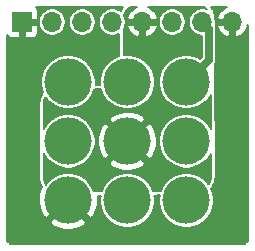
<source format=gbr>
%TF.GenerationSoftware,KiCad,Pcbnew,(5.1.10)-1*%
%TF.CreationDate,2022-07-06T12:29:18-02:30*%
%TF.ProjectId,footSwitchBoard,666f6f74-5377-4697-9463-68426f617264,rev?*%
%TF.SameCoordinates,Original*%
%TF.FileFunction,Copper,L2,Bot*%
%TF.FilePolarity,Positive*%
%FSLAX46Y46*%
G04 Gerber Fmt 4.6, Leading zero omitted, Abs format (unit mm)*
G04 Created by KiCad (PCBNEW (5.1.10)-1) date 2022-07-06 12:29:18*
%MOMM*%
%LPD*%
G01*
G04 APERTURE LIST*
%TA.AperFunction,ComponentPad*%
%ADD10O,1.700000X1.700000*%
%TD*%
%TA.AperFunction,ComponentPad*%
%ADD11R,1.700000X1.700000*%
%TD*%
%TA.AperFunction,ComponentPad*%
%ADD12C,4.000000*%
%TD*%
%TA.AperFunction,Conductor*%
%ADD13C,0.635000*%
%TD*%
%TA.AperFunction,Conductor*%
%ADD14C,0.200000*%
%TD*%
%TA.AperFunction,Conductor*%
%ADD15C,0.100000*%
%TD*%
G04 APERTURE END LIST*
D10*
%TO.P,J1,4*%
%TO.N,/RTN*%
X144730000Y-70400000D03*
%TO.P,J1,6*%
%TO.N,/LED*%
X149810000Y-70400000D03*
%TO.P,J1,7*%
%TO.N,/V_LED*%
X152350000Y-70400000D03*
%TO.P,J1,3*%
%TO.N,/SND*%
X142190000Y-70400000D03*
%TO.P,J1,5*%
%TO.N,/OUT*%
X147270000Y-70400000D03*
%TO.P,J1,8*%
%TO.N,Earth*%
X154890000Y-70400000D03*
D11*
%TO.P,J1,1*%
X137110000Y-70400000D03*
D10*
%TO.P,J1,2*%
%TO.N,/IN*%
X139650000Y-70400000D03*
%TD*%
D12*
%TO.P,SW1,5*%
%TO.N,/OUT*%
X146000000Y-80500000D03*
%TO.P,SW1,1*%
%TO.N,/IN*%
X141000000Y-75500000D03*
%TO.P,SW1,2*%
%TO.N,/SND*%
X141000000Y-80500000D03*
%TO.P,SW1,4*%
%TO.N,/RTN*%
X146000000Y-75500000D03*
%TO.P,SW1,7*%
%TO.N,/V_LED*%
X151000000Y-75500000D03*
%TO.P,SW1,8*%
%TO.N,/LED*%
X151000000Y-80500000D03*
%TO.P,SW1,3*%
%TO.N,Earth*%
X141000000Y-85500000D03*
%TO.P,SW1,9*%
%TO.N,Net-(SW1-Pad9)*%
X151000000Y-85500000D03*
%TO.P,SW1,6*%
%TO.N,/IN*%
X146000000Y-85500000D03*
%TD*%
D13*
%TO.N,/V_LED*%
X152900000Y-73600000D02*
X151000000Y-75500000D01*
X152900000Y-70950000D02*
X152900000Y-73600000D01*
X152350000Y-70400000D02*
X152900000Y-70950000D01*
%TD*%
D14*
%TO.N,Earth*%
X145524403Y-69262927D02*
X145498256Y-69308214D01*
X145419318Y-69477495D01*
X145274729Y-69380884D01*
X145065443Y-69294194D01*
X144843265Y-69250000D01*
X144616735Y-69250000D01*
X144394557Y-69294194D01*
X144185271Y-69380884D01*
X143996918Y-69506737D01*
X143836737Y-69666918D01*
X143710884Y-69855271D01*
X143624194Y-70064557D01*
X143580000Y-70286735D01*
X143580000Y-70513265D01*
X143624194Y-70735443D01*
X143710884Y-70944729D01*
X143836737Y-71133082D01*
X143996918Y-71293263D01*
X144185271Y-71419116D01*
X144394557Y-71505806D01*
X144616735Y-71550000D01*
X144843265Y-71550000D01*
X145065443Y-71505806D01*
X145274729Y-71419116D01*
X145300000Y-71402231D01*
X145300000Y-73300447D01*
X144910541Y-73461766D01*
X144533835Y-73713473D01*
X144213473Y-74033835D01*
X143961766Y-74410541D01*
X143788387Y-74829115D01*
X143700000Y-75273470D01*
X143700000Y-75700000D01*
X143300000Y-75700000D01*
X143300000Y-75273470D01*
X143211613Y-74829115D01*
X143038234Y-74410541D01*
X142786527Y-74033835D01*
X142466165Y-73713473D01*
X142089459Y-73461766D01*
X141670885Y-73288387D01*
X141226530Y-73200000D01*
X140773470Y-73200000D01*
X140329115Y-73288387D01*
X139910541Y-73461766D01*
X139533835Y-73713473D01*
X139213473Y-74033835D01*
X138961766Y-74410541D01*
X138788387Y-74829115D01*
X138700000Y-75273470D01*
X138700000Y-75726530D01*
X138788387Y-76170885D01*
X138857887Y-76338672D01*
X138772315Y-76460433D01*
X138746130Y-76505590D01*
X138652332Y-76705673D01*
X138634371Y-76754685D01*
X138576675Y-76967999D01*
X138567481Y-77019384D01*
X138547635Y-77239469D01*
X138546424Y-77265565D01*
X138528624Y-83566659D01*
X138529706Y-83592971D01*
X138548614Y-83814920D01*
X138557661Y-83866755D01*
X138615057Y-84081985D01*
X138633021Y-84131442D01*
X138727139Y-84333334D01*
X138753469Y-84378892D01*
X138760242Y-84388545D01*
X138636165Y-84649756D01*
X138515711Y-85127255D01*
X138490727Y-85619078D01*
X138562172Y-86106325D01*
X138727302Y-86570271D01*
X138847459Y-86795067D01*
X139165293Y-87027115D01*
X140692409Y-85500000D01*
X140678267Y-85485858D01*
X140985858Y-85178267D01*
X141000000Y-85192409D01*
X141014143Y-85178267D01*
X141321734Y-85485858D01*
X141307591Y-85500000D01*
X142834707Y-87027115D01*
X143152541Y-86795067D01*
X143363835Y-86350244D01*
X143484289Y-85872745D01*
X143509273Y-85380922D01*
X143470667Y-85117634D01*
X143731359Y-85115817D01*
X143700000Y-85273470D01*
X143700000Y-85726530D01*
X143788387Y-86170885D01*
X143961766Y-86589459D01*
X144213473Y-86966165D01*
X144533835Y-87286527D01*
X144910541Y-87538234D01*
X145329115Y-87711613D01*
X145773470Y-87800000D01*
X146226530Y-87800000D01*
X146670885Y-87711613D01*
X147089459Y-87538234D01*
X147466165Y-87286527D01*
X147786527Y-86966165D01*
X148038234Y-86589459D01*
X148211613Y-86170885D01*
X148300000Y-85726530D01*
X148300000Y-85273470D01*
X148262361Y-85084242D01*
X148738299Y-85080925D01*
X148700000Y-85273470D01*
X148700000Y-85726530D01*
X148788387Y-86170885D01*
X148961766Y-86589459D01*
X149213473Y-86966165D01*
X149533835Y-87286527D01*
X149910541Y-87538234D01*
X150329115Y-87711613D01*
X150773470Y-87800000D01*
X151226530Y-87800000D01*
X151670885Y-87711613D01*
X152089459Y-87538234D01*
X152466165Y-87286527D01*
X152786527Y-86966165D01*
X153038234Y-86589459D01*
X153211613Y-86170885D01*
X153300000Y-85726530D01*
X153300000Y-85273470D01*
X153211613Y-84829115D01*
X153082689Y-84517864D01*
X153089944Y-84510523D01*
X153123279Y-84470331D01*
X153249059Y-84288547D01*
X153274921Y-84243184D01*
X153367275Y-84042343D01*
X153384880Y-83993180D01*
X153441008Y-83779367D01*
X153449820Y-83727899D01*
X153468023Y-83507593D01*
X153469039Y-83481478D01*
X153424123Y-73929370D01*
X153473255Y-73837450D01*
X153508565Y-73721051D01*
X153517500Y-73630329D01*
X153517500Y-73630326D01*
X153520487Y-73600000D01*
X153517500Y-73569674D01*
X153517500Y-70980325D01*
X153520487Y-70949999D01*
X153517500Y-70919671D01*
X153508565Y-70828949D01*
X153506837Y-70823251D01*
X153608055Y-70823251D01*
X153715259Y-71065213D01*
X153867608Y-71281612D01*
X154059247Y-71464131D01*
X154282811Y-71605756D01*
X154466750Y-71681936D01*
X154672500Y-71605537D01*
X154672500Y-70617500D01*
X153682627Y-70617500D01*
X153608055Y-70823251D01*
X153506837Y-70823251D01*
X153473255Y-70712550D01*
X153463857Y-70694968D01*
X153500000Y-70513265D01*
X153500000Y-70286735D01*
X153455806Y-70064557D01*
X153393403Y-69913906D01*
X153384470Y-69816767D01*
X153375202Y-69765460D01*
X153317242Y-69552492D01*
X153299231Y-69503565D01*
X153205274Y-69303847D01*
X153179064Y-69258776D01*
X153084819Y-69125000D01*
X154450003Y-69125000D01*
X154282811Y-69194244D01*
X154059247Y-69335869D01*
X153867608Y-69518388D01*
X153715259Y-69734787D01*
X153608055Y-69976749D01*
X153682627Y-70182500D01*
X154672500Y-70182500D01*
X154672500Y-70162500D01*
X155107500Y-70162500D01*
X155107500Y-70182500D01*
X155127500Y-70182500D01*
X155127500Y-70617500D01*
X155107500Y-70617500D01*
X155107500Y-71605537D01*
X155313250Y-71681936D01*
X155497189Y-71605756D01*
X155720753Y-71464131D01*
X155912392Y-71281612D01*
X156064741Y-71065213D01*
X156171945Y-70823251D01*
X156097374Y-70617502D01*
X156175001Y-70617502D01*
X156175000Y-88911806D01*
X156125980Y-88981814D01*
X155981814Y-89125980D01*
X155911807Y-89175000D01*
X136088193Y-89175000D01*
X136018186Y-89125980D01*
X135874020Y-88981814D01*
X135825000Y-88911807D01*
X135825000Y-87334707D01*
X139472885Y-87334707D01*
X139704933Y-87652541D01*
X140149756Y-87863835D01*
X140627255Y-87984289D01*
X141119078Y-88009273D01*
X141606325Y-87937828D01*
X142070271Y-87772698D01*
X142295067Y-87652541D01*
X142527115Y-87334707D01*
X141000000Y-85807591D01*
X139472885Y-87334707D01*
X135825000Y-87334707D01*
X135825000Y-71496849D01*
X135842254Y-71529129D01*
X135904736Y-71605264D01*
X135980871Y-71667746D01*
X136067733Y-71714175D01*
X136161983Y-71742765D01*
X136260000Y-71752419D01*
X136767500Y-71750000D01*
X136892500Y-71625000D01*
X136892500Y-70617500D01*
X137327500Y-70617500D01*
X137327500Y-71625000D01*
X137452500Y-71750000D01*
X137960000Y-71752419D01*
X138058017Y-71742765D01*
X138152267Y-71714175D01*
X138239129Y-71667746D01*
X138315264Y-71605264D01*
X138377746Y-71529129D01*
X138424175Y-71442267D01*
X138452765Y-71348017D01*
X138462419Y-71250000D01*
X138460000Y-70742500D01*
X138335000Y-70617500D01*
X137327500Y-70617500D01*
X136892500Y-70617500D01*
X136872500Y-70617500D01*
X136872500Y-70286735D01*
X138500000Y-70286735D01*
X138500000Y-70513265D01*
X138544194Y-70735443D01*
X138630884Y-70944729D01*
X138756737Y-71133082D01*
X138916918Y-71293263D01*
X139105271Y-71419116D01*
X139314557Y-71505806D01*
X139536735Y-71550000D01*
X139763265Y-71550000D01*
X139985443Y-71505806D01*
X140194729Y-71419116D01*
X140383082Y-71293263D01*
X140543263Y-71133082D01*
X140669116Y-70944729D01*
X140755806Y-70735443D01*
X140800000Y-70513265D01*
X140800000Y-70286735D01*
X141040000Y-70286735D01*
X141040000Y-70513265D01*
X141084194Y-70735443D01*
X141170884Y-70944729D01*
X141296737Y-71133082D01*
X141456918Y-71293263D01*
X141645271Y-71419116D01*
X141854557Y-71505806D01*
X142076735Y-71550000D01*
X142303265Y-71550000D01*
X142525443Y-71505806D01*
X142734729Y-71419116D01*
X142923082Y-71293263D01*
X143083263Y-71133082D01*
X143209116Y-70944729D01*
X143295806Y-70735443D01*
X143340000Y-70513265D01*
X143340000Y-70286735D01*
X143295806Y-70064557D01*
X143209116Y-69855271D01*
X143083263Y-69666918D01*
X142923082Y-69506737D01*
X142734729Y-69380884D01*
X142525443Y-69294194D01*
X142303265Y-69250000D01*
X142076735Y-69250000D01*
X141854557Y-69294194D01*
X141645271Y-69380884D01*
X141456918Y-69506737D01*
X141296737Y-69666918D01*
X141170884Y-69855271D01*
X141084194Y-70064557D01*
X141040000Y-70286735D01*
X140800000Y-70286735D01*
X140755806Y-70064557D01*
X140669116Y-69855271D01*
X140543263Y-69666918D01*
X140383082Y-69506737D01*
X140194729Y-69380884D01*
X139985443Y-69294194D01*
X139763265Y-69250000D01*
X139536735Y-69250000D01*
X139314557Y-69294194D01*
X139105271Y-69380884D01*
X138916918Y-69506737D01*
X138756737Y-69666918D01*
X138630884Y-69855271D01*
X138544194Y-70064557D01*
X138500000Y-70286735D01*
X136872500Y-70286735D01*
X136872500Y-70182500D01*
X136892500Y-70182500D01*
X136892500Y-70162500D01*
X137327500Y-70162500D01*
X137327500Y-70182500D01*
X138335000Y-70182500D01*
X138460000Y-70057500D01*
X138462419Y-69550000D01*
X138452765Y-69451983D01*
X138424175Y-69357733D01*
X138377746Y-69270871D01*
X138315264Y-69194736D01*
X138239129Y-69132254D01*
X138225558Y-69125000D01*
X145620981Y-69125000D01*
X145524403Y-69262927D01*
%TA.AperFunction,Conductor*%
D15*
G36*
X145524403Y-69262927D02*
G01*
X145498256Y-69308214D01*
X145419318Y-69477495D01*
X145274729Y-69380884D01*
X145065443Y-69294194D01*
X144843265Y-69250000D01*
X144616735Y-69250000D01*
X144394557Y-69294194D01*
X144185271Y-69380884D01*
X143996918Y-69506737D01*
X143836737Y-69666918D01*
X143710884Y-69855271D01*
X143624194Y-70064557D01*
X143580000Y-70286735D01*
X143580000Y-70513265D01*
X143624194Y-70735443D01*
X143710884Y-70944729D01*
X143836737Y-71133082D01*
X143996918Y-71293263D01*
X144185271Y-71419116D01*
X144394557Y-71505806D01*
X144616735Y-71550000D01*
X144843265Y-71550000D01*
X145065443Y-71505806D01*
X145274729Y-71419116D01*
X145300000Y-71402231D01*
X145300000Y-73300447D01*
X144910541Y-73461766D01*
X144533835Y-73713473D01*
X144213473Y-74033835D01*
X143961766Y-74410541D01*
X143788387Y-74829115D01*
X143700000Y-75273470D01*
X143700000Y-75700000D01*
X143300000Y-75700000D01*
X143300000Y-75273470D01*
X143211613Y-74829115D01*
X143038234Y-74410541D01*
X142786527Y-74033835D01*
X142466165Y-73713473D01*
X142089459Y-73461766D01*
X141670885Y-73288387D01*
X141226530Y-73200000D01*
X140773470Y-73200000D01*
X140329115Y-73288387D01*
X139910541Y-73461766D01*
X139533835Y-73713473D01*
X139213473Y-74033835D01*
X138961766Y-74410541D01*
X138788387Y-74829115D01*
X138700000Y-75273470D01*
X138700000Y-75726530D01*
X138788387Y-76170885D01*
X138857887Y-76338672D01*
X138772315Y-76460433D01*
X138746130Y-76505590D01*
X138652332Y-76705673D01*
X138634371Y-76754685D01*
X138576675Y-76967999D01*
X138567481Y-77019384D01*
X138547635Y-77239469D01*
X138546424Y-77265565D01*
X138528624Y-83566659D01*
X138529706Y-83592971D01*
X138548614Y-83814920D01*
X138557661Y-83866755D01*
X138615057Y-84081985D01*
X138633021Y-84131442D01*
X138727139Y-84333334D01*
X138753469Y-84378892D01*
X138760242Y-84388545D01*
X138636165Y-84649756D01*
X138515711Y-85127255D01*
X138490727Y-85619078D01*
X138562172Y-86106325D01*
X138727302Y-86570271D01*
X138847459Y-86795067D01*
X139165293Y-87027115D01*
X140692409Y-85500000D01*
X140678267Y-85485858D01*
X140985858Y-85178267D01*
X141000000Y-85192409D01*
X141014143Y-85178267D01*
X141321734Y-85485858D01*
X141307591Y-85500000D01*
X142834707Y-87027115D01*
X143152541Y-86795067D01*
X143363835Y-86350244D01*
X143484289Y-85872745D01*
X143509273Y-85380922D01*
X143470667Y-85117634D01*
X143731359Y-85115817D01*
X143700000Y-85273470D01*
X143700000Y-85726530D01*
X143788387Y-86170885D01*
X143961766Y-86589459D01*
X144213473Y-86966165D01*
X144533835Y-87286527D01*
X144910541Y-87538234D01*
X145329115Y-87711613D01*
X145773470Y-87800000D01*
X146226530Y-87800000D01*
X146670885Y-87711613D01*
X147089459Y-87538234D01*
X147466165Y-87286527D01*
X147786527Y-86966165D01*
X148038234Y-86589459D01*
X148211613Y-86170885D01*
X148300000Y-85726530D01*
X148300000Y-85273470D01*
X148262361Y-85084242D01*
X148738299Y-85080925D01*
X148700000Y-85273470D01*
X148700000Y-85726530D01*
X148788387Y-86170885D01*
X148961766Y-86589459D01*
X149213473Y-86966165D01*
X149533835Y-87286527D01*
X149910541Y-87538234D01*
X150329115Y-87711613D01*
X150773470Y-87800000D01*
X151226530Y-87800000D01*
X151670885Y-87711613D01*
X152089459Y-87538234D01*
X152466165Y-87286527D01*
X152786527Y-86966165D01*
X153038234Y-86589459D01*
X153211613Y-86170885D01*
X153300000Y-85726530D01*
X153300000Y-85273470D01*
X153211613Y-84829115D01*
X153082689Y-84517864D01*
X153089944Y-84510523D01*
X153123279Y-84470331D01*
X153249059Y-84288547D01*
X153274921Y-84243184D01*
X153367275Y-84042343D01*
X153384880Y-83993180D01*
X153441008Y-83779367D01*
X153449820Y-83727899D01*
X153468023Y-83507593D01*
X153469039Y-83481478D01*
X153424123Y-73929370D01*
X153473255Y-73837450D01*
X153508565Y-73721051D01*
X153517500Y-73630329D01*
X153517500Y-73630326D01*
X153520487Y-73600000D01*
X153517500Y-73569674D01*
X153517500Y-70980325D01*
X153520487Y-70949999D01*
X153517500Y-70919671D01*
X153508565Y-70828949D01*
X153506837Y-70823251D01*
X153608055Y-70823251D01*
X153715259Y-71065213D01*
X153867608Y-71281612D01*
X154059247Y-71464131D01*
X154282811Y-71605756D01*
X154466750Y-71681936D01*
X154672500Y-71605537D01*
X154672500Y-70617500D01*
X153682627Y-70617500D01*
X153608055Y-70823251D01*
X153506837Y-70823251D01*
X153473255Y-70712550D01*
X153463857Y-70694968D01*
X153500000Y-70513265D01*
X153500000Y-70286735D01*
X153455806Y-70064557D01*
X153393403Y-69913906D01*
X153384470Y-69816767D01*
X153375202Y-69765460D01*
X153317242Y-69552492D01*
X153299231Y-69503565D01*
X153205274Y-69303847D01*
X153179064Y-69258776D01*
X153084819Y-69125000D01*
X154450003Y-69125000D01*
X154282811Y-69194244D01*
X154059247Y-69335869D01*
X153867608Y-69518388D01*
X153715259Y-69734787D01*
X153608055Y-69976749D01*
X153682627Y-70182500D01*
X154672500Y-70182500D01*
X154672500Y-70162500D01*
X155107500Y-70162500D01*
X155107500Y-70182500D01*
X155127500Y-70182500D01*
X155127500Y-70617500D01*
X155107500Y-70617500D01*
X155107500Y-71605537D01*
X155313250Y-71681936D01*
X155497189Y-71605756D01*
X155720753Y-71464131D01*
X155912392Y-71281612D01*
X156064741Y-71065213D01*
X156171945Y-70823251D01*
X156097374Y-70617502D01*
X156175001Y-70617502D01*
X156175000Y-88911806D01*
X156125980Y-88981814D01*
X155981814Y-89125980D01*
X155911807Y-89175000D01*
X136088193Y-89175000D01*
X136018186Y-89125980D01*
X135874020Y-88981814D01*
X135825000Y-88911807D01*
X135825000Y-87334707D01*
X139472885Y-87334707D01*
X139704933Y-87652541D01*
X140149756Y-87863835D01*
X140627255Y-87984289D01*
X141119078Y-88009273D01*
X141606325Y-87937828D01*
X142070271Y-87772698D01*
X142295067Y-87652541D01*
X142527115Y-87334707D01*
X141000000Y-85807591D01*
X139472885Y-87334707D01*
X135825000Y-87334707D01*
X135825000Y-71496849D01*
X135842254Y-71529129D01*
X135904736Y-71605264D01*
X135980871Y-71667746D01*
X136067733Y-71714175D01*
X136161983Y-71742765D01*
X136260000Y-71752419D01*
X136767500Y-71750000D01*
X136892500Y-71625000D01*
X136892500Y-70617500D01*
X137327500Y-70617500D01*
X137327500Y-71625000D01*
X137452500Y-71750000D01*
X137960000Y-71752419D01*
X138058017Y-71742765D01*
X138152267Y-71714175D01*
X138239129Y-71667746D01*
X138315264Y-71605264D01*
X138377746Y-71529129D01*
X138424175Y-71442267D01*
X138452765Y-71348017D01*
X138462419Y-71250000D01*
X138460000Y-70742500D01*
X138335000Y-70617500D01*
X137327500Y-70617500D01*
X136892500Y-70617500D01*
X136872500Y-70617500D01*
X136872500Y-70286735D01*
X138500000Y-70286735D01*
X138500000Y-70513265D01*
X138544194Y-70735443D01*
X138630884Y-70944729D01*
X138756737Y-71133082D01*
X138916918Y-71293263D01*
X139105271Y-71419116D01*
X139314557Y-71505806D01*
X139536735Y-71550000D01*
X139763265Y-71550000D01*
X139985443Y-71505806D01*
X140194729Y-71419116D01*
X140383082Y-71293263D01*
X140543263Y-71133082D01*
X140669116Y-70944729D01*
X140755806Y-70735443D01*
X140800000Y-70513265D01*
X140800000Y-70286735D01*
X141040000Y-70286735D01*
X141040000Y-70513265D01*
X141084194Y-70735443D01*
X141170884Y-70944729D01*
X141296737Y-71133082D01*
X141456918Y-71293263D01*
X141645271Y-71419116D01*
X141854557Y-71505806D01*
X142076735Y-71550000D01*
X142303265Y-71550000D01*
X142525443Y-71505806D01*
X142734729Y-71419116D01*
X142923082Y-71293263D01*
X143083263Y-71133082D01*
X143209116Y-70944729D01*
X143295806Y-70735443D01*
X143340000Y-70513265D01*
X143340000Y-70286735D01*
X143295806Y-70064557D01*
X143209116Y-69855271D01*
X143083263Y-69666918D01*
X142923082Y-69506737D01*
X142734729Y-69380884D01*
X142525443Y-69294194D01*
X142303265Y-69250000D01*
X142076735Y-69250000D01*
X141854557Y-69294194D01*
X141645271Y-69380884D01*
X141456918Y-69506737D01*
X141296737Y-69666918D01*
X141170884Y-69855271D01*
X141084194Y-70064557D01*
X141040000Y-70286735D01*
X140800000Y-70286735D01*
X140755806Y-70064557D01*
X140669116Y-69855271D01*
X140543263Y-69666918D01*
X140383082Y-69506737D01*
X140194729Y-69380884D01*
X139985443Y-69294194D01*
X139763265Y-69250000D01*
X139536735Y-69250000D01*
X139314557Y-69294194D01*
X139105271Y-69380884D01*
X138916918Y-69506737D01*
X138756737Y-69666918D01*
X138630884Y-69855271D01*
X138544194Y-70064557D01*
X138500000Y-70286735D01*
X136872500Y-70286735D01*
X136872500Y-70182500D01*
X136892500Y-70182500D01*
X136892500Y-70162500D01*
X137327500Y-70162500D01*
X137327500Y-70182500D01*
X138335000Y-70182500D01*
X138460000Y-70057500D01*
X138462419Y-69550000D01*
X138452765Y-69451983D01*
X138424175Y-69357733D01*
X138377746Y-69270871D01*
X138315264Y-69194736D01*
X138239129Y-69132254D01*
X138225558Y-69125000D01*
X145620981Y-69125000D01*
X145524403Y-69262927D01*
G37*
%TD.AperFunction*%
%TD*%
D14*
%TO.N,/OUT*%
X146662811Y-69194244D02*
X146439247Y-69335869D01*
X146247608Y-69518388D01*
X146095259Y-69734787D01*
X145988055Y-69976749D01*
X146062627Y-70182500D01*
X147052500Y-70182500D01*
X147052500Y-70162500D01*
X147487500Y-70162500D01*
X147487500Y-70182500D01*
X148477373Y-70182500D01*
X148551945Y-69976749D01*
X148444741Y-69734787D01*
X148292392Y-69518388D01*
X148100753Y-69335869D01*
X147877189Y-69194244D01*
X147709997Y-69125000D01*
X152517870Y-69125000D01*
X152585902Y-69172451D01*
X152724454Y-69310353D01*
X152685443Y-69294194D01*
X152463265Y-69250000D01*
X152236735Y-69250000D01*
X152014557Y-69294194D01*
X151805271Y-69380884D01*
X151616918Y-69506737D01*
X151456737Y-69666918D01*
X151330884Y-69855271D01*
X151244194Y-70064557D01*
X151200000Y-70286735D01*
X151200000Y-70513265D01*
X151244194Y-70735443D01*
X151330884Y-70944729D01*
X151456737Y-71133082D01*
X151616918Y-71293263D01*
X151805271Y-71419116D01*
X152014557Y-71505806D01*
X152236735Y-71550000D01*
X152282500Y-71550000D01*
X152282501Y-73344222D01*
X152134717Y-73492006D01*
X152089459Y-73461766D01*
X151670885Y-73288387D01*
X151226530Y-73200000D01*
X150773470Y-73200000D01*
X150329115Y-73288387D01*
X149910541Y-73461766D01*
X149533835Y-73713473D01*
X149213473Y-74033835D01*
X148961766Y-74410541D01*
X148788387Y-74829115D01*
X148700000Y-75273470D01*
X148700000Y-75726530D01*
X148788387Y-76170885D01*
X148961766Y-76589459D01*
X149213473Y-76966165D01*
X149533835Y-77286527D01*
X149910541Y-77538234D01*
X150329115Y-77711613D01*
X150773470Y-77800000D01*
X151226530Y-77800000D01*
X151670885Y-77711613D01*
X152089459Y-77538234D01*
X152466165Y-77286527D01*
X152786527Y-76966165D01*
X153036638Y-76591848D01*
X153050026Y-79439009D01*
X153038234Y-79410541D01*
X152786527Y-79033835D01*
X152466165Y-78713473D01*
X152089459Y-78461766D01*
X151670885Y-78288387D01*
X151226530Y-78200000D01*
X150773470Y-78200000D01*
X150329115Y-78288387D01*
X149910541Y-78461766D01*
X149533835Y-78713473D01*
X149213473Y-79033835D01*
X148961766Y-79410541D01*
X148788387Y-79829115D01*
X148700000Y-80273470D01*
X148700000Y-80726530D01*
X148788387Y-81170885D01*
X148961766Y-81589459D01*
X149213473Y-81966165D01*
X149533835Y-82286527D01*
X149910541Y-82538234D01*
X150329115Y-82711613D01*
X150773470Y-82800000D01*
X151226530Y-82800000D01*
X151670885Y-82711613D01*
X152089459Y-82538234D01*
X152466165Y-82286527D01*
X152786527Y-81966165D01*
X153038234Y-81589459D01*
X153059892Y-81537172D01*
X153069023Y-83479005D01*
X153051899Y-83686251D01*
X153000206Y-83883167D01*
X152915151Y-84068136D01*
X152861376Y-84145854D01*
X152786527Y-84033835D01*
X152466165Y-83713473D01*
X152089459Y-83461766D01*
X151670885Y-83288387D01*
X151226530Y-83200000D01*
X150773470Y-83200000D01*
X150329115Y-83288387D01*
X149910541Y-83461766D01*
X149533835Y-83713473D01*
X149213473Y-84033835D01*
X148961766Y-84410541D01*
X148850096Y-84680136D01*
X148151919Y-84685001D01*
X148038234Y-84410541D01*
X147786527Y-84033835D01*
X147466165Y-83713473D01*
X147089459Y-83461766D01*
X146670885Y-83288387D01*
X146226530Y-83200000D01*
X145773470Y-83200000D01*
X145329115Y-83288387D01*
X144910541Y-83461766D01*
X144533835Y-83713473D01*
X144213473Y-84033835D01*
X143961766Y-84410541D01*
X143835622Y-84715080D01*
X143166310Y-84719744D01*
X143038234Y-84410541D01*
X142786527Y-84033835D01*
X142466165Y-83713473D01*
X142089459Y-83461766D01*
X141670885Y-83288387D01*
X141226530Y-83200000D01*
X140773470Y-83200000D01*
X140329115Y-83288387D01*
X139910541Y-83461766D01*
X139533835Y-83713473D01*
X139213473Y-84033835D01*
X139109346Y-84189673D01*
X139085959Y-84156343D01*
X138999282Y-83970412D01*
X138946423Y-83772196D01*
X138928635Y-83563401D01*
X138934398Y-81523387D01*
X138961766Y-81589459D01*
X139213473Y-81966165D01*
X139533835Y-82286527D01*
X139910541Y-82538234D01*
X140329115Y-82711613D01*
X140773470Y-82800000D01*
X141226530Y-82800000D01*
X141670885Y-82711613D01*
X142089459Y-82538234D01*
X142394058Y-82334707D01*
X144472885Y-82334707D01*
X144704933Y-82652541D01*
X145149756Y-82863835D01*
X145627255Y-82984289D01*
X146119078Y-83009273D01*
X146606325Y-82937828D01*
X147070271Y-82772698D01*
X147295067Y-82652541D01*
X147527115Y-82334707D01*
X146000000Y-80807591D01*
X144472885Y-82334707D01*
X142394058Y-82334707D01*
X142466165Y-82286527D01*
X142786527Y-81966165D01*
X143038234Y-81589459D01*
X143211613Y-81170885D01*
X143300000Y-80726530D01*
X143300000Y-80619078D01*
X143490727Y-80619078D01*
X143562172Y-81106325D01*
X143727302Y-81570271D01*
X143847459Y-81795067D01*
X144165293Y-82027115D01*
X145692409Y-80500000D01*
X146307591Y-80500000D01*
X147834707Y-82027115D01*
X148152541Y-81795067D01*
X148363835Y-81350244D01*
X148484289Y-80872745D01*
X148509273Y-80380922D01*
X148437828Y-79893675D01*
X148272698Y-79429729D01*
X148152541Y-79204933D01*
X147834707Y-78972885D01*
X146307591Y-80500000D01*
X145692409Y-80500000D01*
X144165293Y-78972885D01*
X143847459Y-79204933D01*
X143636165Y-79649756D01*
X143515711Y-80127255D01*
X143490727Y-80619078D01*
X143300000Y-80619078D01*
X143300000Y-80273470D01*
X143211613Y-79829115D01*
X143038234Y-79410541D01*
X142786527Y-79033835D01*
X142466165Y-78713473D01*
X142394059Y-78665293D01*
X144472885Y-78665293D01*
X146000000Y-80192409D01*
X147527115Y-78665293D01*
X147295067Y-78347459D01*
X146850244Y-78136165D01*
X146372745Y-78015711D01*
X145880922Y-77990727D01*
X145393675Y-78062172D01*
X144929729Y-78227302D01*
X144704933Y-78347459D01*
X144472885Y-78665293D01*
X142394059Y-78665293D01*
X142089459Y-78461766D01*
X141670885Y-78288387D01*
X141226530Y-78200000D01*
X140773470Y-78200000D01*
X140329115Y-78288387D01*
X139910541Y-78461766D01*
X139533835Y-78713473D01*
X139213473Y-79033835D01*
X138961766Y-79410541D01*
X138940220Y-79462558D01*
X138946411Y-77271049D01*
X138965081Y-77064003D01*
X139018215Y-76867554D01*
X139071556Y-76753771D01*
X139213473Y-76966165D01*
X139533835Y-77286527D01*
X139910541Y-77538234D01*
X140329115Y-77711613D01*
X140773470Y-77800000D01*
X141226530Y-77800000D01*
X141670885Y-77711613D01*
X142089459Y-77538234D01*
X142466165Y-77286527D01*
X142786527Y-76966165D01*
X143038234Y-76589459D01*
X143211613Y-76170885D01*
X143225713Y-76100000D01*
X143774287Y-76100000D01*
X143788387Y-76170885D01*
X143961766Y-76589459D01*
X144213473Y-76966165D01*
X144533835Y-77286527D01*
X144910541Y-77538234D01*
X145329115Y-77711613D01*
X145773470Y-77800000D01*
X146226530Y-77800000D01*
X146670885Y-77711613D01*
X147089459Y-77538234D01*
X147466165Y-77286527D01*
X147786527Y-76966165D01*
X148038234Y-76589459D01*
X148211613Y-76170885D01*
X148300000Y-75726530D01*
X148300000Y-75273470D01*
X148211613Y-74829115D01*
X148038234Y-74410541D01*
X147786527Y-74033835D01*
X147466165Y-73713473D01*
X147089459Y-73461766D01*
X146670885Y-73288387D01*
X146226530Y-73200000D01*
X145773470Y-73200000D01*
X145700000Y-73214614D01*
X145700000Y-71018237D01*
X145749116Y-70944729D01*
X145799434Y-70823251D01*
X145988055Y-70823251D01*
X146095259Y-71065213D01*
X146247608Y-71281612D01*
X146439247Y-71464131D01*
X146662811Y-71605756D01*
X146846750Y-71681936D01*
X147052500Y-71605537D01*
X147052500Y-70617500D01*
X147487500Y-70617500D01*
X147487500Y-71605537D01*
X147693250Y-71681936D01*
X147877189Y-71605756D01*
X148100753Y-71464131D01*
X148292392Y-71281612D01*
X148444741Y-71065213D01*
X148551945Y-70823251D01*
X148477373Y-70617500D01*
X147487500Y-70617500D01*
X147052500Y-70617500D01*
X146062627Y-70617500D01*
X145988055Y-70823251D01*
X145799434Y-70823251D01*
X145835806Y-70735443D01*
X145880000Y-70513265D01*
X145880000Y-70286735D01*
X148660000Y-70286735D01*
X148660000Y-70513265D01*
X148704194Y-70735443D01*
X148790884Y-70944729D01*
X148916737Y-71133082D01*
X149076918Y-71293263D01*
X149265271Y-71419116D01*
X149474557Y-71505806D01*
X149696735Y-71550000D01*
X149923265Y-71550000D01*
X150145443Y-71505806D01*
X150354729Y-71419116D01*
X150543082Y-71293263D01*
X150703263Y-71133082D01*
X150829116Y-70944729D01*
X150915806Y-70735443D01*
X150960000Y-70513265D01*
X150960000Y-70286735D01*
X150915806Y-70064557D01*
X150829116Y-69855271D01*
X150703263Y-69666918D01*
X150543082Y-69506737D01*
X150354729Y-69380884D01*
X150145443Y-69294194D01*
X149923265Y-69250000D01*
X149696735Y-69250000D01*
X149474557Y-69294194D01*
X149265271Y-69380884D01*
X149076918Y-69506737D01*
X148916737Y-69666918D01*
X148790884Y-69855271D01*
X148704194Y-70064557D01*
X148660000Y-70286735D01*
X145880000Y-70286735D01*
X145835806Y-70064557D01*
X145749116Y-69855271D01*
X145729238Y-69825522D01*
X145770919Y-69669966D01*
X145857082Y-69485190D01*
X145974020Y-69318186D01*
X146118186Y-69174020D01*
X146188193Y-69125000D01*
X146830003Y-69125000D01*
X146662811Y-69194244D01*
%TA.AperFunction,Conductor*%
D15*
G36*
X146662811Y-69194244D02*
G01*
X146439247Y-69335869D01*
X146247608Y-69518388D01*
X146095259Y-69734787D01*
X145988055Y-69976749D01*
X146062627Y-70182500D01*
X147052500Y-70182500D01*
X147052500Y-70162500D01*
X147487500Y-70162500D01*
X147487500Y-70182500D01*
X148477373Y-70182500D01*
X148551945Y-69976749D01*
X148444741Y-69734787D01*
X148292392Y-69518388D01*
X148100753Y-69335869D01*
X147877189Y-69194244D01*
X147709997Y-69125000D01*
X152517870Y-69125000D01*
X152585902Y-69172451D01*
X152724454Y-69310353D01*
X152685443Y-69294194D01*
X152463265Y-69250000D01*
X152236735Y-69250000D01*
X152014557Y-69294194D01*
X151805271Y-69380884D01*
X151616918Y-69506737D01*
X151456737Y-69666918D01*
X151330884Y-69855271D01*
X151244194Y-70064557D01*
X151200000Y-70286735D01*
X151200000Y-70513265D01*
X151244194Y-70735443D01*
X151330884Y-70944729D01*
X151456737Y-71133082D01*
X151616918Y-71293263D01*
X151805271Y-71419116D01*
X152014557Y-71505806D01*
X152236735Y-71550000D01*
X152282500Y-71550000D01*
X152282501Y-73344222D01*
X152134717Y-73492006D01*
X152089459Y-73461766D01*
X151670885Y-73288387D01*
X151226530Y-73200000D01*
X150773470Y-73200000D01*
X150329115Y-73288387D01*
X149910541Y-73461766D01*
X149533835Y-73713473D01*
X149213473Y-74033835D01*
X148961766Y-74410541D01*
X148788387Y-74829115D01*
X148700000Y-75273470D01*
X148700000Y-75726530D01*
X148788387Y-76170885D01*
X148961766Y-76589459D01*
X149213473Y-76966165D01*
X149533835Y-77286527D01*
X149910541Y-77538234D01*
X150329115Y-77711613D01*
X150773470Y-77800000D01*
X151226530Y-77800000D01*
X151670885Y-77711613D01*
X152089459Y-77538234D01*
X152466165Y-77286527D01*
X152786527Y-76966165D01*
X153036638Y-76591848D01*
X153050026Y-79439009D01*
X153038234Y-79410541D01*
X152786527Y-79033835D01*
X152466165Y-78713473D01*
X152089459Y-78461766D01*
X151670885Y-78288387D01*
X151226530Y-78200000D01*
X150773470Y-78200000D01*
X150329115Y-78288387D01*
X149910541Y-78461766D01*
X149533835Y-78713473D01*
X149213473Y-79033835D01*
X148961766Y-79410541D01*
X148788387Y-79829115D01*
X148700000Y-80273470D01*
X148700000Y-80726530D01*
X148788387Y-81170885D01*
X148961766Y-81589459D01*
X149213473Y-81966165D01*
X149533835Y-82286527D01*
X149910541Y-82538234D01*
X150329115Y-82711613D01*
X150773470Y-82800000D01*
X151226530Y-82800000D01*
X151670885Y-82711613D01*
X152089459Y-82538234D01*
X152466165Y-82286527D01*
X152786527Y-81966165D01*
X153038234Y-81589459D01*
X153059892Y-81537172D01*
X153069023Y-83479005D01*
X153051899Y-83686251D01*
X153000206Y-83883167D01*
X152915151Y-84068136D01*
X152861376Y-84145854D01*
X152786527Y-84033835D01*
X152466165Y-83713473D01*
X152089459Y-83461766D01*
X151670885Y-83288387D01*
X151226530Y-83200000D01*
X150773470Y-83200000D01*
X150329115Y-83288387D01*
X149910541Y-83461766D01*
X149533835Y-83713473D01*
X149213473Y-84033835D01*
X148961766Y-84410541D01*
X148850096Y-84680136D01*
X148151919Y-84685001D01*
X148038234Y-84410541D01*
X147786527Y-84033835D01*
X147466165Y-83713473D01*
X147089459Y-83461766D01*
X146670885Y-83288387D01*
X146226530Y-83200000D01*
X145773470Y-83200000D01*
X145329115Y-83288387D01*
X144910541Y-83461766D01*
X144533835Y-83713473D01*
X144213473Y-84033835D01*
X143961766Y-84410541D01*
X143835622Y-84715080D01*
X143166310Y-84719744D01*
X143038234Y-84410541D01*
X142786527Y-84033835D01*
X142466165Y-83713473D01*
X142089459Y-83461766D01*
X141670885Y-83288387D01*
X141226530Y-83200000D01*
X140773470Y-83200000D01*
X140329115Y-83288387D01*
X139910541Y-83461766D01*
X139533835Y-83713473D01*
X139213473Y-84033835D01*
X139109346Y-84189673D01*
X139085959Y-84156343D01*
X138999282Y-83970412D01*
X138946423Y-83772196D01*
X138928635Y-83563401D01*
X138934398Y-81523387D01*
X138961766Y-81589459D01*
X139213473Y-81966165D01*
X139533835Y-82286527D01*
X139910541Y-82538234D01*
X140329115Y-82711613D01*
X140773470Y-82800000D01*
X141226530Y-82800000D01*
X141670885Y-82711613D01*
X142089459Y-82538234D01*
X142394058Y-82334707D01*
X144472885Y-82334707D01*
X144704933Y-82652541D01*
X145149756Y-82863835D01*
X145627255Y-82984289D01*
X146119078Y-83009273D01*
X146606325Y-82937828D01*
X147070271Y-82772698D01*
X147295067Y-82652541D01*
X147527115Y-82334707D01*
X146000000Y-80807591D01*
X144472885Y-82334707D01*
X142394058Y-82334707D01*
X142466165Y-82286527D01*
X142786527Y-81966165D01*
X143038234Y-81589459D01*
X143211613Y-81170885D01*
X143300000Y-80726530D01*
X143300000Y-80619078D01*
X143490727Y-80619078D01*
X143562172Y-81106325D01*
X143727302Y-81570271D01*
X143847459Y-81795067D01*
X144165293Y-82027115D01*
X145692409Y-80500000D01*
X146307591Y-80500000D01*
X147834707Y-82027115D01*
X148152541Y-81795067D01*
X148363835Y-81350244D01*
X148484289Y-80872745D01*
X148509273Y-80380922D01*
X148437828Y-79893675D01*
X148272698Y-79429729D01*
X148152541Y-79204933D01*
X147834707Y-78972885D01*
X146307591Y-80500000D01*
X145692409Y-80500000D01*
X144165293Y-78972885D01*
X143847459Y-79204933D01*
X143636165Y-79649756D01*
X143515711Y-80127255D01*
X143490727Y-80619078D01*
X143300000Y-80619078D01*
X143300000Y-80273470D01*
X143211613Y-79829115D01*
X143038234Y-79410541D01*
X142786527Y-79033835D01*
X142466165Y-78713473D01*
X142394059Y-78665293D01*
X144472885Y-78665293D01*
X146000000Y-80192409D01*
X147527115Y-78665293D01*
X147295067Y-78347459D01*
X146850244Y-78136165D01*
X146372745Y-78015711D01*
X145880922Y-77990727D01*
X145393675Y-78062172D01*
X144929729Y-78227302D01*
X144704933Y-78347459D01*
X144472885Y-78665293D01*
X142394059Y-78665293D01*
X142089459Y-78461766D01*
X141670885Y-78288387D01*
X141226530Y-78200000D01*
X140773470Y-78200000D01*
X140329115Y-78288387D01*
X139910541Y-78461766D01*
X139533835Y-78713473D01*
X139213473Y-79033835D01*
X138961766Y-79410541D01*
X138940220Y-79462558D01*
X138946411Y-77271049D01*
X138965081Y-77064003D01*
X139018215Y-76867554D01*
X139071556Y-76753771D01*
X139213473Y-76966165D01*
X139533835Y-77286527D01*
X139910541Y-77538234D01*
X140329115Y-77711613D01*
X140773470Y-77800000D01*
X141226530Y-77800000D01*
X141670885Y-77711613D01*
X142089459Y-77538234D01*
X142466165Y-77286527D01*
X142786527Y-76966165D01*
X143038234Y-76589459D01*
X143211613Y-76170885D01*
X143225713Y-76100000D01*
X143774287Y-76100000D01*
X143788387Y-76170885D01*
X143961766Y-76589459D01*
X144213473Y-76966165D01*
X144533835Y-77286527D01*
X144910541Y-77538234D01*
X145329115Y-77711613D01*
X145773470Y-77800000D01*
X146226530Y-77800000D01*
X146670885Y-77711613D01*
X147089459Y-77538234D01*
X147466165Y-77286527D01*
X147786527Y-76966165D01*
X148038234Y-76589459D01*
X148211613Y-76170885D01*
X148300000Y-75726530D01*
X148300000Y-75273470D01*
X148211613Y-74829115D01*
X148038234Y-74410541D01*
X147786527Y-74033835D01*
X147466165Y-73713473D01*
X147089459Y-73461766D01*
X146670885Y-73288387D01*
X146226530Y-73200000D01*
X145773470Y-73200000D01*
X145700000Y-73214614D01*
X145700000Y-71018237D01*
X145749116Y-70944729D01*
X145799434Y-70823251D01*
X145988055Y-70823251D01*
X146095259Y-71065213D01*
X146247608Y-71281612D01*
X146439247Y-71464131D01*
X146662811Y-71605756D01*
X146846750Y-71681936D01*
X147052500Y-71605537D01*
X147052500Y-70617500D01*
X147487500Y-70617500D01*
X147487500Y-71605537D01*
X147693250Y-71681936D01*
X147877189Y-71605756D01*
X148100753Y-71464131D01*
X148292392Y-71281612D01*
X148444741Y-71065213D01*
X148551945Y-70823251D01*
X148477373Y-70617500D01*
X147487500Y-70617500D01*
X147052500Y-70617500D01*
X146062627Y-70617500D01*
X145988055Y-70823251D01*
X145799434Y-70823251D01*
X145835806Y-70735443D01*
X145880000Y-70513265D01*
X145880000Y-70286735D01*
X148660000Y-70286735D01*
X148660000Y-70513265D01*
X148704194Y-70735443D01*
X148790884Y-70944729D01*
X148916737Y-71133082D01*
X149076918Y-71293263D01*
X149265271Y-71419116D01*
X149474557Y-71505806D01*
X149696735Y-71550000D01*
X149923265Y-71550000D01*
X150145443Y-71505806D01*
X150354729Y-71419116D01*
X150543082Y-71293263D01*
X150703263Y-71133082D01*
X150829116Y-70944729D01*
X150915806Y-70735443D01*
X150960000Y-70513265D01*
X150960000Y-70286735D01*
X150915806Y-70064557D01*
X150829116Y-69855271D01*
X150703263Y-69666918D01*
X150543082Y-69506737D01*
X150354729Y-69380884D01*
X150145443Y-69294194D01*
X149923265Y-69250000D01*
X149696735Y-69250000D01*
X149474557Y-69294194D01*
X149265271Y-69380884D01*
X149076918Y-69506737D01*
X148916737Y-69666918D01*
X148790884Y-69855271D01*
X148704194Y-70064557D01*
X148660000Y-70286735D01*
X145880000Y-70286735D01*
X145835806Y-70064557D01*
X145749116Y-69855271D01*
X145729238Y-69825522D01*
X145770919Y-69669966D01*
X145857082Y-69485190D01*
X145974020Y-69318186D01*
X146118186Y-69174020D01*
X146188193Y-69125000D01*
X146830003Y-69125000D01*
X146662811Y-69194244D01*
G37*
%TD.AperFunction*%
%TD*%
M02*

</source>
